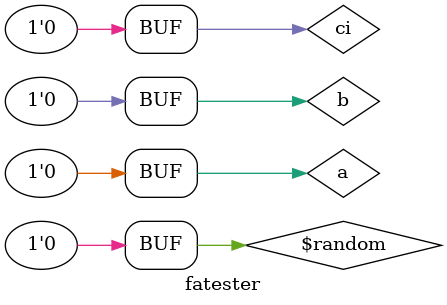
<source format=v>
`timescale 1ns / 1ns
module fatester();
reg a,b,ci=0;
wire s,co;
fullAdder FA(a,b,ci,s,co);
initial repeat(20) #15 a=$random;
initial repeat(20) #15 b=$random;
initial repeat(20) #15 ci=$random;

endmodule

</source>
